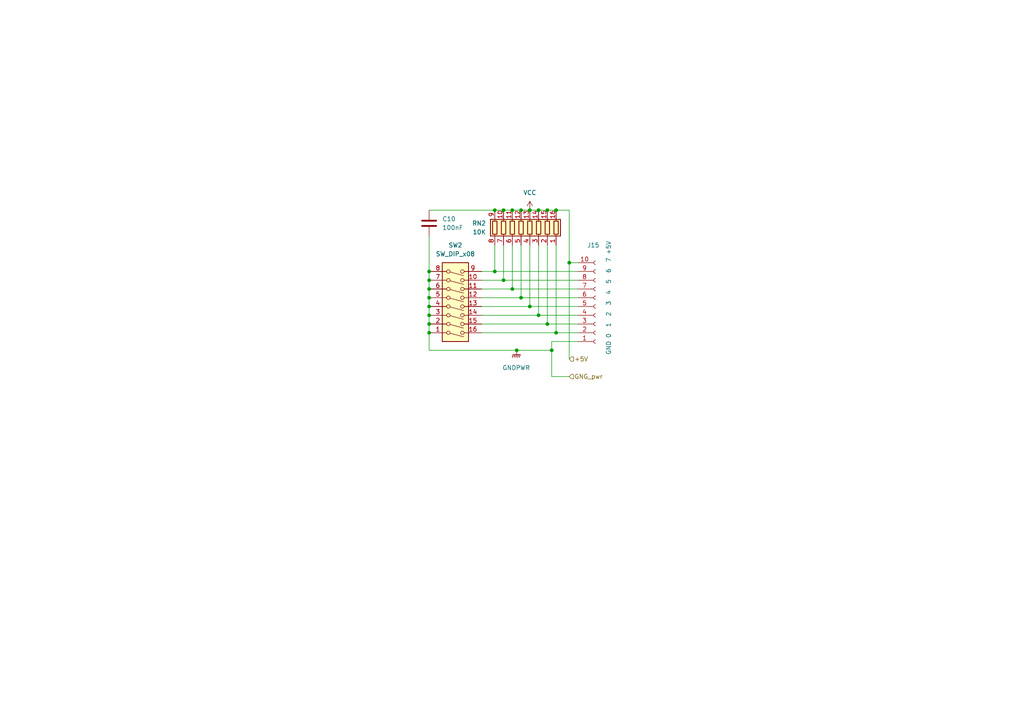
<source format=kicad_sch>
(kicad_sch (version 20211123) (generator eeschema)
  (paper "A4")
  (lib_symbols
    (symbol "Connector:Conn_01x10_Female" (pin_names (offset 1.016) hide)
      (property "Reference" "J" (at 0 12.7 0))
      (property "Value" "Conn_01x10_Female" (at 0 -15.24 0))
      (symbol "Conn_01x10_Female_1_1"
        (arc (start 0 -12.192) (mid -0.508 -12.7) (end 0 -13.208) (stroke (width 0.1524)))
        (arc (start 0 -9.652) (mid -0.508 -10.16) (end 0 -10.668) (stroke (width 0.1524)))
        (arc (start 0 -7.112) (mid -0.508 -7.62) (end 0 -8.128) (stroke (width 0.1524)))
        (arc (start 0 -4.572) (mid -0.508 -5.08) (end 0 -5.588) (stroke (width 0.1524)))
        (arc (start 0 -2.032) (mid -0.508 -2.54) (end 0 -3.048) (stroke (width 0.1524)))
        (polyline (pts (xy -1.27 -12.7) (xy -0.508 -12.7)) (stroke (width 0.1524)))
        (polyline (pts (xy -1.27 -10.16) (xy -0.508 -10.16)) (stroke (width 0.1524)))
        (polyline (pts (xy -1.27 -7.62) (xy -0.508 -7.62)) (stroke (width 0.1524)))
        (polyline (pts (xy -1.27 -5.08) (xy -0.508 -5.08)) (stroke (width 0.1524)))
        (polyline (pts (xy -1.27 -2.54) (xy -0.508 -2.54)) (stroke (width 0.1524)))
        (polyline (pts (xy -1.27 0) (xy -0.508 0)) (stroke (width 0.1524)))
        (polyline (pts (xy -1.27 2.54) (xy -0.508 2.54)) (stroke (width 0.1524)))
        (polyline (pts (xy -1.27 5.08) (xy -0.508 5.08)) (stroke (width 0.1524)))
        (polyline (pts (xy -1.27 7.62) (xy -0.508 7.62)) (stroke (width 0.1524)))
        (polyline (pts (xy -1.27 10.16) (xy -0.508 10.16)) (stroke (width 0.1524)))
        (arc (start 0 0.508) (mid -0.508 0) (end 0 -0.508) (stroke (width 0.1524)))
        (arc (start 0 3.048) (mid -0.508 2.54) (end 0 2.032) (stroke (width 0.1524)))
        (arc (start 0 5.588) (mid -0.508 5.08) (end 0 4.572) (stroke (width 0.1524)))
        (arc (start 0 8.128) (mid -0.508 7.62) (end 0 7.112) (stroke (width 0.1524)))
        (arc (start 0 10.668) (mid -0.508 10.16) (end 0 9.652) (stroke (width 0.1524)))
        (pin passive line (at -5.08 10.16 0) (length 3.81) (name "Pin_1") (number "1"))
        (pin passive line (at -5.08 -12.7 0) (length 3.81) (name "Pin_10") (number "10"))
        (pin passive line (at -5.08 7.62 0) (length 3.81) (name "Pin_2") (number "2"))
        (pin passive line (at -5.08 5.08 0) (length 3.81) (name "Pin_3") (number "3"))
        (pin passive line (at -5.08 2.54 0) (length 3.81) (name "Pin_4") (number "4"))
        (pin passive line (at -5.08 0 0) (length 3.81) (name "Pin_5") (number "5"))
        (pin passive line (at -5.08 -2.54 0) (length 3.81) (name "Pin_6") (number "6"))
        (pin passive line (at -5.08 -5.08 0) (length 3.81) (name "Pin_7") (number "7"))
        (pin passive line (at -5.08 -7.62 0) (length 3.81) (name "Pin_8") (number "8"))
        (pin passive line (at -5.08 -10.16 0) (length 3.81) (name "Pin_9") (number "9"))
      )
    )
    (symbol "Device:C" (pin_numbers hide) (pin_names (offset 0.254))
      (property "Reference" "C" (at 0.635 2.54 0))
      (property "Value" "C" (at 0.635 -2.54 0))
      (symbol "C_0_1"
        (polyline (pts (xy -2.032 -0.762) (xy 2.032 -0.762)) (stroke (width 0.508)))
        (polyline (pts (xy -2.032 0.762) (xy 2.032 0.762)) (stroke (width 0.508)))
      )
      (symbol "C_1_1"
        (pin passive line (at 0 3.81 270) (length 2.794) (name "~") (number "1"))
        (pin passive line (at 0 -3.81 90) (length 2.794) (name "~") (number "2"))
      )
    )
    (symbol "Device:R_Pack08" (pin_names (offset 0) hide)
      (property "Reference" "RN" (at -12.7 0 90))
      (property "Value" "R_Pack08" (at 10.16 0 90))
      (symbol "R_Pack08_0_1"
        (rectangle (start -11.43 -2.413) (end 8.89 2.413) (stroke (width 0.254)) (fill (type background)))
        (rectangle (start -10.795 1.905) (end -9.525 -1.905) (stroke (width 0.254)))
        (rectangle (start -8.255 1.905) (end -6.985 -1.905) (stroke (width 0.254)))
        (rectangle (start -5.715 1.905) (end -4.445 -1.905) (stroke (width 0.254)))
        (rectangle (start -3.175 1.905) (end -1.905 -1.905) (stroke (width 0.254)))
        (rectangle (start -0.635 1.905) (end 0.635 -1.905) (stroke (width 0.254)))
        (polyline (pts (xy -10.16 -2.54) (xy -10.16 -1.905)))
        (polyline (pts (xy -10.16 1.905) (xy -10.16 2.54)))
        (polyline (pts (xy -7.62 -2.54) (xy -7.62 -1.905)))
        (polyline (pts (xy -7.62 1.905) (xy -7.62 2.54)))
        (polyline (pts (xy -5.08 -2.54) (xy -5.08 -1.905)))
        (polyline (pts (xy -5.08 1.905) (xy -5.08 2.54)))
        (polyline (pts (xy -2.54 -2.54) (xy -2.54 -1.905)))
        (polyline (pts (xy -2.54 1.905) (xy -2.54 2.54)))
        (polyline (pts (xy 0 -2.54) (xy 0 -1.905)))
        (polyline (pts (xy 0 1.905) (xy 0 2.54)))
        (polyline (pts (xy 2.54 -2.54) (xy 2.54 -1.905)))
        (polyline (pts (xy 2.54 1.905) (xy 2.54 2.54)))
        (polyline (pts (xy 5.08 -2.54) (xy 5.08 -1.905)))
        (polyline (pts (xy 5.08 1.905) (xy 5.08 2.54)))
        (polyline (pts (xy 7.62 -2.54) (xy 7.62 -1.905)))
        (polyline (pts (xy 7.62 1.905) (xy 7.62 2.54)))
        (rectangle (start 1.905 1.905) (end 3.175 -1.905) (stroke (width 0.254)))
        (rectangle (start 4.445 1.905) (end 5.715 -1.905) (stroke (width 0.254)))
        (rectangle (start 6.985 1.905) (end 8.255 -1.905) (stroke (width 0.254)))
      )
      (symbol "R_Pack08_1_1"
        (pin passive line (at -10.16 -5.08 90) (length 2.54) (name "R1.1") (number "1"))
        (pin passive line (at 5.08 5.08 270) (length 2.54) (name "R7.2") (number "10"))
        (pin passive line (at 2.54 5.08 270) (length 2.54) (name "R6.2") (number "11"))
        (pin passive line (at 0 5.08 270) (length 2.54) (name "R5.2") (number "12"))
        (pin passive line (at -2.54 5.08 270) (length 2.54) (name "R4.2") (number "13"))
        (pin passive line (at -5.08 5.08 270) (length 2.54) (name "R3.2") (number "14"))
        (pin passive line (at -7.62 5.08 270) (length 2.54) (name "R2.2") (number "15"))
        (pin passive line (at -10.16 5.08 270) (length 2.54) (name "R1.2") (number "16"))
        (pin passive line (at -7.62 -5.08 90) (length 2.54) (name "R2.1") (number "2"))
        (pin passive line (at -5.08 -5.08 90) (length 2.54) (name "R3.1") (number "3"))
        (pin passive line (at -2.54 -5.08 90) (length 2.54) (name "R4.1") (number "4"))
        (pin passive line (at 0 -5.08 90) (length 2.54) (name "R5.1") (number "5"))
        (pin passive line (at 2.54 -5.08 90) (length 2.54) (name "R6.1") (number "6"))
        (pin passive line (at 5.08 -5.08 90) (length 2.54) (name "R7.1") (number "7"))
        (pin passive line (at 7.62 -5.08 90) (length 2.54) (name "R8.1") (number "8"))
        (pin passive line (at 7.62 5.08 270) (length 2.54) (name "R8.2") (number "9"))
      )
    )
    (symbol "Switch:SW_DIP_x08" (pin_names (offset 0) hide)
      (property "Reference" "SW" (at 0 13.97 0))
      (property "Value" "SW_DIP_x08" (at 0 -11.43 0))
      (symbol "SW_DIP_x08_0_0"
        (circle (center -2.032 -7.62) (radius 0.508))
        (circle (center -2.032 -5.08) (radius 0.508))
        (circle (center -2.032 -2.54) (radius 0.508))
        (circle (center -2.032 0) (radius 0.508))
        (circle (center -2.032 2.54) (radius 0.508))
        (circle (center -2.032 5.08) (radius 0.508))
        (circle (center -2.032 7.62) (radius 0.508))
        (circle (center -2.032 10.16) (radius 0.508))
        (polyline (pts (xy -1.524 -7.4676) (xy 2.3622 -6.4262)))
        (polyline (pts (xy -1.524 -4.9276) (xy 2.3622 -3.8862)))
        (polyline (pts (xy -1.524 -2.3876) (xy 2.3622 -1.3462)))
        (polyline (pts (xy -1.524 0.127) (xy 2.3622 1.1684)))
        (polyline (pts (xy -1.524 2.667) (xy 2.3622 3.7084)))
        (polyline (pts (xy -1.524 5.207) (xy 2.3622 6.2484)))
        (polyline (pts (xy -1.524 7.747) (xy 2.3622 8.7884)))
        (polyline (pts (xy -1.524 10.287) (xy 2.3622 11.3284)))
        (circle (center 2.032 -7.62) (radius 0.508))
        (circle (center 2.032 -5.08) (radius 0.508))
        (circle (center 2.032 -2.54) (radius 0.508))
        (circle (center 2.032 0) (radius 0.508))
        (circle (center 2.032 2.54) (radius 0.508))
        (circle (center 2.032 5.08) (radius 0.508))
        (circle (center 2.032 7.62) (radius 0.508))
        (circle (center 2.032 10.16) (radius 0.508))
      )
      (symbol "SW_DIP_x08_0_1"
        (rectangle (start -3.81 12.7) (end 3.81 -10.16) (stroke (width 0.254)) (fill (type background)))
      )
      (symbol "SW_DIP_x08_1_1"
        (pin passive line (at -7.62 10.16 0) (length 5.08) (name "~") (number "1"))
        (pin passive line (at 7.62 -5.08 180) (length 5.08) (name "~") (number "10"))
        (pin passive line (at 7.62 -2.54 180) (length 5.08) (name "~") (number "11"))
        (pin passive line (at 7.62 0 180) (length 5.08) (name "~") (number "12"))
        (pin passive line (at 7.62 2.54 180) (length 5.08) (name "~") (number "13"))
        (pin passive line (at 7.62 5.08 180) (length 5.08) (name "~") (number "14"))
        (pin passive line (at 7.62 7.62 180) (length 5.08) (name "~") (number "15"))
        (pin passive line (at 7.62 10.16 180) (length 5.08) (name "~") (number "16"))
        (pin passive line (at -7.62 7.62 0) (length 5.08) (name "~") (number "2"))
        (pin passive line (at -7.62 5.08 0) (length 5.08) (name "~") (number "3"))
        (pin passive line (at -7.62 2.54 0) (length 5.08) (name "~") (number "4"))
        (pin passive line (at -7.62 0 0) (length 5.08) (name "~") (number "5"))
        (pin passive line (at -7.62 -2.54 0) (length 5.08) (name "~") (number "6"))
        (pin passive line (at -7.62 -5.08 0) (length 5.08) (name "~") (number "7"))
        (pin passive line (at -7.62 -7.62 0) (length 5.08) (name "~") (number "8"))
        (pin passive line (at 7.62 -7.62 180) (length 5.08) (name "~") (number "9"))
      )
    )
    (symbol "power:GNDPWR" (power) (pin_names (offset 0))
      (property "Value" "GNDPWR" (at 0 -3.302 0))
      (symbol "GNDPWR_0_1"
        (polyline (pts (xy 0 -1.27) (xy 0 0)))
        (polyline (pts (xy -1.016 -1.27) (xy -1.27 -2.032) (xy -1.27 -2.032)) (stroke (width 0.2032)))
        (polyline (pts (xy -0.508 -1.27) (xy -0.762 -2.032) (xy -0.762 -2.032)) (stroke (width 0.2032)))
        (polyline (pts (xy 0 -1.27) (xy -0.254 -2.032) (xy -0.254 -2.032)) (stroke (width 0.2032)))
        (polyline (pts (xy 0.508 -1.27) (xy 0.254 -2.032) (xy 0.254 -2.032)) (stroke (width 0.2032)))
        (polyline (pts (xy 1.016 -1.27) (xy -1.016 -1.27) (xy -1.016 -1.27)) (stroke (width 0.2032)))
        (polyline (pts (xy 1.016 -1.27) (xy 0.762 -2.032) (xy 0.762 -2.032) (xy 0.762 -2.032)) (stroke (width 0.2032)))
      )
      (symbol "GNDPWR_1_1"
        (pin power_in line (at 0 0 270) (length 0) hide (name "GNDPWR") (number "1"))
      )
    )
    (symbol "power:VCC" (power) (pin_names (offset 0))
      (property "Value" "VCC" (at 0 3.81 0))
      (symbol "VCC_0_1"
        (polyline (pts (xy -0.762 1.27) (xy 0 2.54)))
        (polyline (pts (xy 0 0) (xy 0 2.54)))
        (polyline (pts (xy 0 2.54) (xy 0.762 1.27)))
      )
      (symbol "VCC_1_1"
        (pin power_in line (at 0 0 90) (length 0) hide (name "VCC") (number "1"))
      )
    )
  )
  (junction (at 124.46 86.36))
  (junction (at 143.51 60.96))
  (junction (at 143.51 78.74))
  (junction (at 156.21 91.44))
  (junction (at 153.67 60.96))
  (junction (at 124.46 81.28))
  (junction (at 158.75 93.98))
  (junction (at 158.75 60.96))
  (junction (at 149.86 101.6))
  (junction (at 160.02 101.6))
  (junction (at 161.29 60.96))
  (junction (at 151.13 86.36))
  (junction (at 124.46 78.74))
  (junction (at 161.29 96.52))
  (junction (at 148.59 83.82))
  (junction (at 151.13 60.96))
  (junction (at 146.05 81.28))
  (junction (at 124.46 83.82))
  (junction (at 124.46 91.44))
  (junction (at 148.59 60.96))
  (junction (at 124.46 93.98))
  (junction (at 124.46 96.52))
  (junction (at 153.67 88.9))
  (junction (at 165.1 76.2))
  (junction (at 146.05 60.96))
  (junction (at 124.46 88.9))
  (junction (at 156.21 60.96))
  (wire (pts (xy 156.21 91.44) (xy 167.64 91.44)))
  (wire (pts (xy 161.29 71.12) (xy 161.29 96.52)))
  (wire (pts (xy 165.1 76.2) (xy 167.64 76.2)))
  (wire (pts (xy 160.02 101.6) (xy 160.02 109.22)))
  (wire (pts (xy 139.7 93.98) (xy 158.75 93.98)))
  (wire (pts (xy 151.13 60.96) (xy 153.67 60.96)))
  (wire (pts (xy 124.46 96.52) (xy 124.46 101.6)))
  (wire (pts (xy 124.46 81.28) (xy 124.46 83.82)))
  (wire (pts (xy 148.59 83.82) (xy 167.64 83.82)))
  (wire (pts (xy 139.7 88.9) (xy 153.67 88.9)))
  (wire (pts (xy 124.46 101.6) (xy 149.86 101.6)))
  (wire (pts (xy 149.86 101.6) (xy 160.02 101.6)))
  (wire (pts (xy 124.46 60.96) (xy 143.51 60.96)))
  (wire (pts (xy 139.7 91.44) (xy 156.21 91.44)))
  (wire (pts (xy 143.51 60.96) (xy 146.05 60.96)))
  (wire (pts (xy 158.75 93.98) (xy 167.64 93.98)))
  (wire (pts (xy 161.29 96.52) (xy 167.64 96.52)))
  (wire (pts (xy 156.21 71.12) (xy 156.21 91.44)))
  (wire (pts (xy 143.51 78.74) (xy 167.64 78.74)))
  (wire (pts (xy 160.02 99.06) (xy 167.64 99.06)))
  (wire (pts (xy 161.29 60.96) (xy 165.1 60.96)))
  (wire (pts (xy 153.67 60.96) (xy 156.21 60.96)))
  (wire (pts (xy 158.75 60.96) (xy 161.29 60.96)))
  (wire (pts (xy 146.05 60.96) (xy 148.59 60.96)))
  (wire (pts (xy 124.46 68.58) (xy 124.46 78.74)))
  (wire (pts (xy 124.46 78.74) (xy 124.46 81.28)))
  (wire (pts (xy 124.46 86.36) (xy 124.46 88.9)))
  (wire (pts (xy 143.51 71.12) (xy 143.51 78.74)))
  (wire (pts (xy 139.7 81.28) (xy 146.05 81.28)))
  (wire (pts (xy 124.46 91.44) (xy 124.46 93.98)))
  (wire (pts (xy 146.05 71.12) (xy 146.05 81.28)))
  (wire (pts (xy 160.02 101.6) (xy 160.02 99.06)))
  (wire (pts (xy 148.59 60.96) (xy 151.13 60.96)))
  (wire (pts (xy 139.7 96.52) (xy 161.29 96.52)))
  (wire (pts (xy 124.46 83.82) (xy 124.46 86.36)))
  (wire (pts (xy 139.7 86.36) (xy 151.13 86.36)))
  (wire (pts (xy 139.7 83.82) (xy 148.59 83.82)))
  (wire (pts (xy 153.67 88.9) (xy 167.64 88.9)))
  (wire (pts (xy 146.05 81.28) (xy 167.64 81.28)))
  (wire (pts (xy 165.1 76.2) (xy 165.1 104.14)))
  (wire (pts (xy 124.46 93.98) (xy 124.46 96.52)))
  (wire (pts (xy 158.75 71.12) (xy 158.75 93.98)))
  (wire (pts (xy 139.7 78.74) (xy 143.51 78.74)))
  (wire (pts (xy 124.46 88.9) (xy 124.46 91.44)))
  (wire (pts (xy 165.1 109.22) (xy 160.02 109.22)))
  (wire (pts (xy 156.21 60.96) (xy 158.75 60.96)))
  (wire (pts (xy 148.59 71.12) (xy 148.59 83.82)))
  (wire (pts (xy 165.1 60.96) (xy 165.1 76.2)))
  (wire (pts (xy 151.13 71.12) (xy 151.13 86.36)))
  (wire (pts (xy 151.13 86.36) (xy 167.64 86.36)))
  (wire (pts (xy 153.67 71.12) (xy 153.67 88.9)))
  (hierarchical_label "GNG_pwr" (shape input) (at 165.1 109.22 0))
  (hierarchical_label "+5V" (shape input) (at 165.1 104.14 0))
  (symbol (lib_id "Switch:SW_DIP_x08") (at 132.08 86.36 0) (mirror x) (unit 1)
    (property "Reference" "SW2" (at 132.08 71.12 0))
    (property "Value" "SW_DIP_x08" (at 132.08 73.66 0))
    (property "Footprint" "Package_DIP:DIP-16_W7.62mm_Socket_LongPads" (effects hide))
  )
  (symbol (lib_id "Connector:Conn_01x10_Female") (at 172.72 88.9 0) (mirror x) (unit 1)
    (property "Reference" "J15" (at 172.085 71.12 0))
    (property "Value" "GND 0  1  2  3  4  5  6  7 +5V" (at 176.53 86.36 90))
    (property "Footprint" "Connector_PinSocket_2.54mm:PinSocket_1x10_P2.54mm_Vertical" (effects hide))
  )
  (symbol (lib_id "power:GNDPWR") (at 149.86 101.6 0) (unit 1)
    (property "Reference" "#PWR0102" (effects hide))
    (property "Value" "GNDPWR" (at 149.733 106.68 0))
  )
  (symbol (lib_id "Device:R_Pack08") (at 151.13 66.04 0) (mirror y) (unit 1)
    (property "Reference" "RN2" (at 140.97 64.7699 0) (effects (justify left)))
    (property "Value" "10K" (at 140.97 67.3099 0) (effects (justify left)))
    (property "Footprint" "Package_DIP:DIP-16_W7.62mm_Socket_LongPads" (effects hide))
  )
  (symbol (lib_id "Device:C") (at 124.46 64.77 0) (unit 1)
    (property "Reference" "C10" (at 128.27 63.4999 0) (effects (justify left)))
    (property "Value" "100nF" (at 128.27 66.0399 0) (effects (justify left)))
    (property "Footprint" "Capacitor_THT:C_Disc_D7.0mm_W2.5mm_P5.00mm" (effects hide))
  )
  (symbol (lib_id "power:VCC") (at 153.67 60.96 0) (unit 1)
    (property "Reference" "#PWR017" (effects hide))
    (property "Value" "VCC" (at 153.67 55.88 0))
  )
)
</source>
